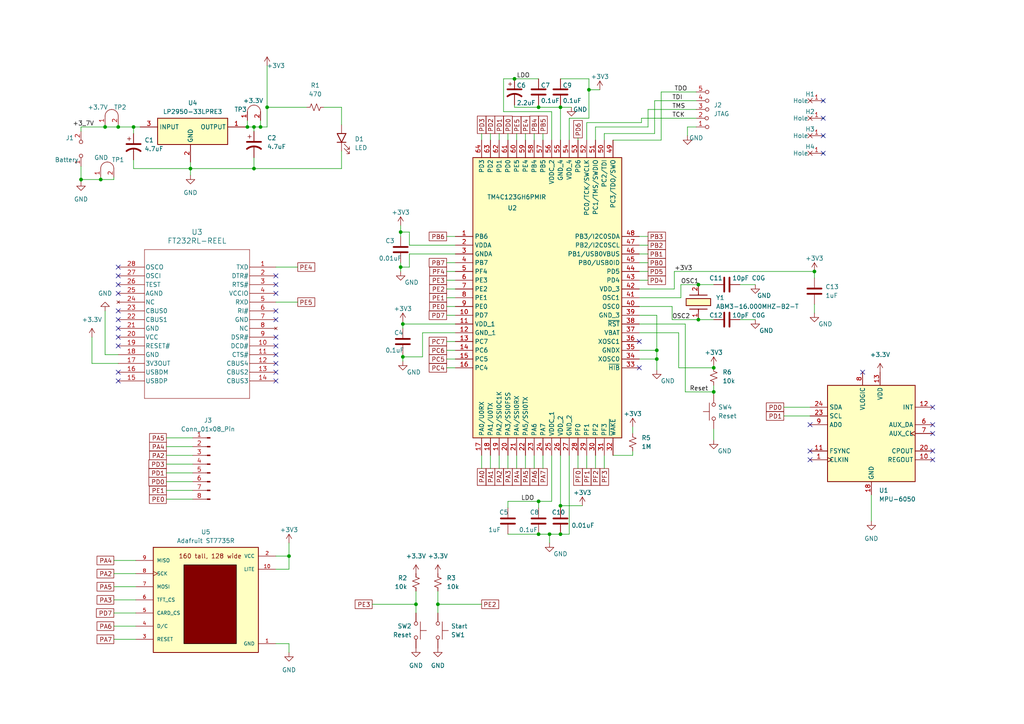
<source format=kicad_sch>
(kicad_sch (version 20230121) (generator eeschema)
  (paper "A4")
  (lib_symbols
    (symbol "2024-03-20_17-28-50:FT232RL-REEL" (pin_names (offset 0.254))
      (property "Reference" "U" (at 22.86 10.16 0))
      (property "Value" "FT232RL-REEL" (at 22.86 7.62 0))
      (symbol "FT232RL-REEL_0_1"
        (pin unspecified line (at 0 0 0) (length 7.62) (name "TXD") (number "1"))
        (pin unspecified line (at 0 -22.86 0) (length 7.62) (name "DCD#") (number "10"))
        (pin unspecified line (at 0 -25.4 0) (length 7.62) (name "CTS#") (number "11"))
        (pin bidirectional line (at 0 -27.94 0) (length 7.62) (name "CBUS4") (number "12"))
        (pin bidirectional line (at 0 -30.48 0) (length 7.62) (name "CBUS2") (number "13"))
        (pin bidirectional line (at 0 -33.02 0) (length 7.62) (name "CBUS3") (number "14"))
        (pin unspecified line (at 45.72 -33.02 180) (length 7.62) (name "USBDP") (number "15"))
        (pin unspecified line (at 45.72 -30.48 180) (length 7.62) (name "USBDM") (number "16"))
        (pin output line (at 45.72 -27.94 180) (length 7.62) (name "3V3OUT") (number "17"))
        (pin power_out line (at 45.72 -25.4 180) (length 7.62) (name "GND") (number "18"))
        (pin unspecified line (at 45.72 -22.86 180) (length 7.62) (name "RESET#") (number "19"))
        (pin unspecified line (at 0 -2.54 0) (length 7.62) (name "DTR#") (number "2"))
        (pin power_in line (at 45.72 -20.32 180) (length 7.62) (name "VCC") (number "20"))
        (pin power_out line (at 45.72 -17.78 180) (length 7.62) (name "GND") (number "21"))
        (pin bidirectional line (at 45.72 -15.24 180) (length 7.62) (name "CBUS1") (number "22"))
        (pin bidirectional line (at 45.72 -12.7 180) (length 7.62) (name "CBUS0") (number "23"))
        (pin no_connect line (at 45.72 -10.16 180) (length 7.62) (name "NC") (number "24"))
        (pin power_out line (at 45.72 -7.62 180) (length 7.62) (name "AGND") (number "25"))
        (pin unspecified line (at 45.72 -5.08 180) (length 7.62) (name "TEST") (number "26"))
        (pin unspecified line (at 45.72 -2.54 180) (length 7.62) (name "OSCI") (number "27"))
        (pin unspecified line (at 45.72 0 180) (length 7.62) (name "OSCO") (number "28"))
        (pin unspecified line (at 0 -5.08 0) (length 7.62) (name "RTS#") (number "3"))
        (pin power_in line (at 0 -7.62 0) (length 7.62) (name "VCCIO") (number "4"))
        (pin unspecified line (at 0 -10.16 0) (length 7.62) (name "RXD") (number "5"))
        (pin unspecified line (at 0 -12.7 0) (length 7.62) (name "RI#") (number "6"))
        (pin power_out line (at 0 -15.24 0) (length 7.62) (name "GND") (number "7"))
        (pin no_connect line (at 0 -17.78 0) (length 7.62) (name "NC") (number "8"))
        (pin unspecified line (at 0 -20.32 0) (length 7.62) (name "DSR#") (number "9"))
      )
    )
    (symbol "ABM3-16_000MHZ-B2-T:ABM3-16.000MHZ-B2-T" (pin_names hide)
      (property "Reference" "Y" (at 8.89 6.35 0))
      (property "Value" "ABM3-16.000MHZ-B2-T" (at 8.89 3.81 0))
      (symbol "ABM3-16.000MHZ-B2-T_1_1"
        (pin passive line (at 0 0 0) (length 2.54) (name "1") (number "1"))
        (pin passive line (at 10.16 0 180) (length 2.54) (name "2") (number "2"))
      )
    )
    (symbol "ECE445L:Adafruit_ST7735R" (pin_names (offset 1.016))
      (property "Reference" "U?" (at -15.24 16.002 0))
      (property "Value" "Adafruit ST7735R" (at -15.24 -17.78 0))
      (symbol "Adafruit_ST7735R_1_0"
        (pin power_in line (at 20.32 -12.7 180) (length 5.08) (name "GND") (number "1"))
        (pin power_in line (at 20.32 8.89 180) (length 5.08) (name "LITE") (number "10"))
        (pin power_in line (at 20.32 12.7 180) (length 5.08) (name "VCC") (number "2"))
        (pin input line (at -20.32 -11.43 0) (length 5.08) (name "RESET") (number "3"))
        (pin input line (at -20.32 -7.62 0) (length 5.08) (name "D/C") (number "4"))
        (pin input line (at -20.32 -3.81 0) (length 5.08) (name "CARD_CS") (number "5"))
        (pin input line (at -20.32 0 0) (length 5.08) (name "TFT_CS") (number "6"))
        (pin input line (at -20.32 3.81 0) (length 5.08) (name "MOSI") (number "7"))
        (pin input clock (at -20.32 7.62 0) (length 5.08) (name "SCK") (number "8"))
        (pin output line (at -20.32 11.43 0) (length 5.08) (name "MISO") (number "9"))
      )
      (symbol "Adafruit_ST7735R_1_1"
        (text "160 tall, 128 wide" (at 1.27 12.7 0) (effects (font (size 1.27 1.27))))
      )
    )
    (symbol "ECE445L:C" (pin_numbers hide) (pin_names (offset 0.254))
      (property "Reference" "C" (at 0.635 2.54 0))
      (property "Value" "C" (at 0.635 -2.54 0))
      (symbol "C_1_1"
        (pin passive line (at 0 3.81 270) (length 2.794) (name "~") (number "1"))
        (pin passive line (at 0 -3.81 90) (length 2.794) (name "~") (number "2"))
      )
    )
    (symbol "ECE445L:C_Polarized" (pin_numbers hide) (pin_names (offset 0.254) hide)
      (property "Reference" "C" (at 0.635 2.54 0))
      (property "Value" "C_Polarized" (at 0.635 -2.54 0))
      (symbol "C_Polarized_1_1"
        (pin passive line (at 0 3.81 270) (length 2.794) (name "~") (number "1"))
        (pin passive line (at 0 -3.81 90) (length 3.302) (name "~") (number "2"))
      )
    )
    (symbol "ECE445L:Conn_01x08_Pin" (pin_names (offset 1.016) hide)
      (property "Reference" "J" (at 0 10.16 0))
      (property "Value" "Conn_01x08_Pin" (at 0 -12.7 0))
      (symbol "Conn_01x08_Pin_1_1"
        (pin passive line (at 5.08 7.62 180) (length 3.81) (name "Pin_1") (number "1"))
        (pin passive line (at 5.08 5.08 180) (length 3.81) (name "Pin_2") (number "2"))
        (pin passive line (at 5.08 2.54 180) (length 3.81) (name "Pin_3") (number "3"))
        (pin passive line (at 5.08 0 180) (length 3.81) (name "Pin_4") (number "4"))
        (pin passive line (at 5.08 -2.54 180) (length 3.81) (name "Pin_5") (number "5"))
        (pin passive line (at 5.08 -5.08 180) (length 3.81) (name "Pin_6") (number "6"))
        (pin passive line (at 5.08 -7.62 180) (length 3.81) (name "Pin_7") (number "7"))
        (pin passive line (at 5.08 -10.16 180) (length 3.81) (name "Pin_8") (number "8"))
      )
    )
    (symbol "ECE445L:Header_2" (pin_names (offset 0) hide)
      (property "Reference" "J" (at 0 2.794 0))
      (property "Value" "Header2" (at 0 -2.286 0))
      (symbol "Header_2_1_1"
        (pin passive line (at -5.08 0 0) (length 2.54) (name "A") (number "1"))
        (pin passive line (at 5.08 0 180) (length 2.54) (name "B") (number "2"))
      )
    )
    (symbol "ECE445L:Header_5" (pin_names (offset 0) hide)
      (property "Reference" "J" (at 0 2.794 0))
      (property "Value" "Header_5" (at 8.89 -9.525 0))
      (symbol "Header_5_1_1"
        (pin passive line (at 5.08 2.54 180) (length 2.54) (name "A") (number "1"))
        (pin passive line (at 5.08 0 180) (length 2.54) (name "B") (number "2"))
        (pin passive line (at 5.08 -2.54 180) (length 2.54) (name "C") (number "3"))
        (pin passive line (at 5.08 -5.08 180) (length 2.54) (name "C") (number "4"))
        (pin passive line (at 5.08 -7.62 180) (length 2.54) (name "C") (number "5"))
      )
    )
    (symbol "ECE445L:LED" (pin_numbers hide) (pin_names (offset 1.016) hide)
      (property "Reference" "D" (at 1.27 1.27 0))
      (property "Value" "LED" (at -5.08 -1.27 0))
      (symbol "LED_1_1"
        (pin passive line (at -1.27 -3.81 90) (length 2.54) (name "K") (number "1"))
        (pin passive line (at -1.27 3.81 270) (length 2.54) (name "A") (number "2"))
      )
    )
    (symbol "ECE445L:MountingHole"
      (property "Reference" "H" (at 0 0 0))
      (symbol "MountingHole_1_1"
        (pin power_in non_logic (at 0 0 180) (length 3.81) (name "Hole") (number "1"))
      )
    )
    (symbol "ECE445L:R_0.125W" (pin_numbers hide) (pin_names (offset 0.254) hide)
      (property "Reference" "R" (at 0.762 0.508 0))
      (property "Value" "R_0.125W" (at 0.762 -1.016 0))
      (symbol "R_0.125W_1_1"
        (pin passive line (at 0 2.54 270) (length 1.016) (name "~") (number "1"))
        (pin passive line (at 0 -2.54 90) (length 1.016) (name "~") (number "2"))
      )
    )
    (symbol "ECE445L:Testpoint" (pin_names (offset 0) hide)
      (property "Reference" "TP" (at 0 2.794 0))
      (property "Value" "TP" (at 0 -2.286 0))
      (symbol "Testpoint_1_1"
        (pin passive line (at -1.905 0 90) (length 2.54) (name "A") (number "1"))
        (pin passive line (at 1.905 0 90) (length 2.54) (name "B") (number "2"))
      )
    )
    (symbol "LP2950-33LPRE3:LP2950-33LPRE3"
      (property "Reference" "IC" (at 17.145 -2.54 0))
      (property "Value" "LP2950-33LPRE3" (at 8.255 4.445 0))
      (symbol "LP2950-33LPRE3_1_1"
        (pin power_out line (at 30.48 0 180) (length 5.08) (name "OUTPUT") (number "1"))
        (pin passive line (at 14.605 -10.16 90) (length 5.08) (name "GND") (number "2"))
        (pin power_in line (at 0 0 0) (length 5.08) (name "INPUT") (number "3"))
      )
    )
    (symbol "Sensor_Motion:MPU-6050"
      (property "Reference" "U" (at -11.43 13.97 0))
      (property "Value" "MPU-6050" (at 7.62 -15.24 0))
      (symbol "MPU-6050_0_0"
        (text "" (at 12.7 -2.54 0) (effects (font (size 1.27 1.27))))
      )
      (symbol "MPU-6050_1_1"
        (pin input clock (at -17.78 -7.62 0) (length 5.08) (name "CLKIN") (number "1"))
        (pin passive line (at 17.78 -7.62 180) (length 5.08) (name "REGOUT") (number "10"))
        (pin input line (at -17.78 -5.08 0) (length 5.08) (name "FSYNC") (number "11"))
        (pin output line (at 17.78 7.62 180) (length 5.08) (name "INT") (number "12"))
        (pin power_in line (at 2.54 17.78 270) (length 3.81) (name "VDD") (number "13"))
        (pin no_connect line (at -12.7 -10.16 0) (length 2.54) hide (name "NC") (number "14"))
        (pin no_connect line (at 12.7 12.7 180) (length 2.54) hide (name "NC") (number "15"))
        (pin no_connect line (at 12.7 10.16 180) (length 2.54) hide (name "NC") (number "16"))
        (pin no_connect line (at 12.7 5.08 180) (length 2.54) hide (name "NC") (number "17"))
        (pin power_in line (at 0 -17.78 90) (length 3.81) (name "GND") (number "18"))
        (pin no_connect line (at 12.7 -10.16 180) (length 2.54) hide (name "RESV") (number "19"))
        (pin no_connect line (at -12.7 12.7 0) (length 2.54) hide (name "NC") (number "2"))
        (pin passive line (at 17.78 -5.08 180) (length 5.08) (name "CPOUT") (number "20"))
        (pin no_connect line (at 12.7 -2.54 180) (length 2.54) hide (name "RESV") (number "21"))
        (pin no_connect line (at 12.7 -12.7 180) (length 2.54) hide (name "RESV") (number "22"))
        (pin input line (at -17.78 5.08 0) (length 5.08) (name "SCL") (number "23"))
        (pin bidirectional line (at -17.78 7.62 0) (length 5.08) (name "SDA") (number "24"))
        (pin no_connect line (at -12.7 10.16 0) (length 2.54) hide (name "NC") (number "3"))
        (pin no_connect line (at -12.7 0 0) (length 2.54) hide (name "NC") (number "4"))
        (pin no_connect line (at -12.7 -2.54 0) (length 2.54) hide (name "NC") (number "5"))
        (pin bidirectional line (at 17.78 2.54 180) (length 5.08) (name "AUX_DA") (number "6"))
        (pin output clock (at 17.78 0 180) (length 5.08) (name "AUX_CL") (number "7"))
        (pin power_in line (at -2.54 17.78 270) (length 3.81) (name "VLOGIC") (number "8"))
        (pin input line (at -17.78 2.54 0) (length 5.08) (name "AD0") (number "9"))
      )
    )
    (symbol "Switch:SW_Push" (pin_numbers hide) (pin_names (offset 1.016) hide)
      (property "Reference" "SW" (at 1.27 2.54 0))
      (property "Value" "SW_Push" (at 0 -1.524 0))
      (symbol "SW_Push_0_1"
        (pin passive line (at -5.08 0 0) (length 2.54) (name "1") (number "1"))
        (pin passive line (at 5.08 0 180) (length 2.54) (name "2") (number "2"))
      )
    )
    (symbol "TM4C123GH6PMIR:TM4C123GH6PMIR"
      (property "Reference" "IC" (at 49.53 27.94 0))
      (property "Value" "TM4C123GH6PMIR" (at 49.53 25.4 0))
      (symbol "TM4C123GH6PMIR_1_1"
        (pin passive line (at 0 0 0) (length 5.08) (name "PB6") (number "1"))
        (pin passive line (at 0 -22.86 0) (length 5.08) (name "PD7") (number "10"))
        (pin passive line (at 0 -25.4 0) (length 5.08) (name "VDD_1") (number "11"))
        (pin passive line (at 0 -27.94 0) (length 5.08) (name "GND_1") (number "12"))
        (pin passive line (at 0 -30.48 0) (length 5.08) (name "PC7") (number "13"))
        (pin passive line (at 0 -33.02 0) (length 5.08) (name "PC6") (number "14"))
        (pin passive line (at 0 -35.56 0) (length 5.08) (name "PC5") (number "15"))
        (pin passive line (at 0 -38.1 0) (length 5.08) (name "PC4") (number "16"))
        (pin passive line (at 7.62 -63.5 90) (length 5.08) (name "PA0/U0RX") (number "17"))
        (pin passive line (at 10.16 -63.5 90) (length 5.08) (name "PA1/U0TX") (number "18"))
        (pin passive line (at 12.7 -63.5 90) (length 5.08) (name "PA2/SSI0C1K") (number "19"))
        (pin passive line (at 0 -2.54 0) (length 5.08) (name "VDDA") (number "2"))
        (pin passive line (at 15.24 -63.5 90) (length 5.08) (name "PA3/SSI0FSS") (number "20"))
        (pin passive line (at 17.78 -63.5 90) (length 5.08) (name "PA4/SSI0RX") (number "21"))
        (pin passive line (at 20.32 -63.5 90) (length 5.08) (name "PA5/SSI0TX") (number "22"))
        (pin passive line (at 22.86 -63.5 90) (length 5.08) (name "PA6") (number "23"))
        (pin passive line (at 25.4 -63.5 90) (length 5.08) (name "PA7") (number "24"))
        (pin passive line (at 27.94 -63.5 90) (length 5.08) (name "VDDC_1") (number "25"))
        (pin passive line (at 30.48 -63.5 90) (length 5.08) (name "VDD_2") (number "26"))
        (pin passive line (at 33.02 -63.5 90) (length 5.08) (name "GND_2") (number "27"))
        (pin passive line (at 35.56 -63.5 90) (length 5.08) (name "PF0") (number "28"))
        (pin passive line (at 38.1 -63.5 90) (length 5.08) (name "PF1") (number "29"))
        (pin passive line (at 0 -5.08 0) (length 5.08) (name "GNDA") (number "3"))
        (pin passive line (at 40.64 -63.5 90) (length 5.08) (name "PF2") (number "30"))
        (pin passive line (at 43.18 -63.5 90) (length 5.08) (name "PF3") (number "31"))
        (pin passive line (at 45.72 -63.5 90) (length 5.08) (name "~{WAKE}") (number "32"))
        (pin passive line (at 53.34 -38.1 180) (length 5.08) (name "~{HIB}") (number "33"))
        (pin passive line (at 53.34 -35.56 180) (length 5.08) (name "XOSC0") (number "34"))
        (pin passive line (at 53.34 -33.02 180) (length 5.08) (name "GNDX") (number "35"))
        (pin passive line (at 53.34 -30.48 180) (length 5.08) (name "XOSC1") (number "36"))
        (pin passive line (at 53.34 -27.94 180) (length 5.08) (name "VBAT") (number "37"))
        (pin passive line (at 53.34 -25.4 180) (length 5.08) (name "~{RST}") (number "38"))
        (pin passive line (at 53.34 -22.86 180) (length 5.08) (name "GND_3") (number "39"))
        (pin passive line (at 0 -7.62 0) (length 5.08) (name "PB7") (number "4"))
        (pin passive line (at 53.34 -20.32 180) (length 5.08) (name "OSC0") (number "40"))
        (pin passive line (at 53.34 -17.78 180) (length 5.08) (name "OSC1") (number "41"))
        (pin passive line (at 53.34 -15.24 180) (length 5.08) (name "VDD_3") (number "42"))
        (pin passive line (at 53.34 -12.7 180) (length 5.08) (name "PD4") (number "43"))
        (pin passive line (at 53.34 -10.16 180) (length 5.08) (name "PD5") (number "44"))
        (pin passive line (at 53.34 -7.62 180) (length 5.08) (name "PB0/USB0ID") (number "45"))
        (pin passive line (at 53.34 -5.08 180) (length 5.08) (name "PB1/USB0VBUS") (number "46"))
        (pin passive line (at 53.34 -2.54 180) (length 5.08) (name "PB2/I2C0SCL") (number "47"))
        (pin passive line (at 53.34 0 180) (length 5.08) (name "PB3/I2C0SDA") (number "48"))
        (pin passive line (at 45.72 27.94 270) (length 5.08) (name "PC3/TDO/SWO") (number "49"))
        (pin passive line (at 0 -10.16 0) (length 5.08) (name "PF4") (number "5"))
        (pin passive line (at 43.18 27.94 270) (length 5.08) (name "PC2/TDI") (number "50"))
        (pin passive line (at 40.64 27.94 270) (length 5.08) (name "PC1/TMS/SWDIO") (number "51"))
        (pin passive line (at 38.1 27.94 270) (length 5.08) (name "PC0/TCK/SWCLK") (number "52"))
        (pin passive line (at 35.56 27.94 270) (length 5.08) (name "PD6") (number "53"))
        (pin passive line (at 33.02 27.94 270) (length 5.08) (name "VDD_4") (number "54"))
        (pin passive line (at 30.48 27.94 270) (length 5.08) (name "GND_4") (number "55"))
        (pin passive line (at 27.94 27.94 270) (length 5.08) (name "VDDC_2") (number "56"))
        (pin passive line (at 25.4 27.94 270) (length 5.08) (name "PB5") (number "57"))
        (pin passive line (at 22.86 27.94 270) (length 5.08) (name "PB4") (number "58"))
        (pin passive line (at 20.32 27.94 270) (length 5.08) (name "PE4") (number "59"))
        (pin passive line (at 0 -12.7 0) (length 5.08) (name "PE3") (number "6"))
        (pin passive line (at 17.78 27.94 270) (length 5.08) (name "PE5") (number "60"))
        (pin passive line (at 15.24 27.94 270) (length 5.08) (name "PD0") (number "61"))
        (pin passive line (at 12.7 27.94 270) (length 5.08) (name "PD1") (number "62"))
        (pin passive line (at 10.16 27.94 270) (length 5.08) (name "PD2") (number "63"))
        (pin passive line (at 7.62 27.94 270) (length 5.08) (name "PD3") (number "64"))
        (pin passive line (at 0 -15.24 0) (length 5.08) (name "PE2") (number "7"))
        (pin passive line (at 0 -17.78 0) (length 5.08) (name "PE1") (number "8"))
        (pin passive line (at 0 -20.32 0) (length 5.08) (name "PE0") (number "9"))
      )
    )
    (symbol "power:+3.3V" (power) (pin_names (offset 0))
      (property "Value" "+3.3V" (at 0 3.556 0))
      (symbol "+3.3V_1_1"
        (pin power_in line (at 0 0 90) (length 0) hide (name "+3.3V") (number "1"))
      )
    )
    (symbol "power:+3V3" (power) (pin_names (offset 0))
      (property "Value" "+3V3" (at 0 3.556 0))
      (symbol "+3V3_1_1"
        (pin power_in line (at 0 0 90) (length 0) hide (name "+3V3") (number "1"))
      )
    )
    (symbol "power:GND" (power) (pin_names (offset 0))
      (property "Value" "GND" (at 0 -3.81 0))
      (symbol "GND_1_1"
        (pin power_in line (at 0 0 270) (length 0) hide (name "GND") (number "1"))
      )
    )
  )
  (junction (at 75.565 36.83))
  (junction (at 30.48 36.83))
  (junction (at 73.66 36.83))
  (junction (at 149.225 22.86))
  (junction (at 116.205 77.47))
  (junction (at 116.205 67.31))
  (junction (at 159.385 154.94))
  (junction (at 190.5 101.6))
  (junction (at 162.56 154.94))
  (junction (at 34.29 36.83))
  (junction (at 156.21 154.94))
  (junction (at 202.565 92.71))
  (junction (at 83.82 161.29))
  (junction (at 73.66 48.895))
  (junction (at 120.65 175.26))
  (junction (at 190.5 104.14))
  (junction (at 162.56 31.115))
  (junction (at 116.84 93.98))
  (junction (at 202.565 82.55))
  (junction (at 71.755 36.83))
  (junction (at 38.735 36.83))
  (junction (at 127 175.26))
  (junction (at 116.84 103.505))
  (junction (at 162.56 146.685))
  (junction (at 207.01 113.665))
  (junction (at 23.495 52.07))
  (junction (at 55.245 48.895))
  (junction (at 29.21 52.07))
  (junction (at 156.21 31.115))
  (junction (at 77.47 31.115))
  (junction (at 170.815 26.035))
  (junction (at 156.21 145.415))
  (junction (at 207.01 106.68))
  (junction (at 236.22 78.74))
  (no_connect (at 80.01 85.09))
  (no_connect (at 238.76 34.29))
  (no_connect (at 234.95 123.19))
  (no_connect (at 34.29 85.09))
  (no_connect (at 80.01 110.49))
  (no_connect (at 80.01 90.17))
  (no_connect (at 34.29 82.55))
  (no_connect (at 185.42 99.06))
  (no_connect (at 234.95 133.35))
  (no_connect (at 270.51 133.35))
  (no_connect (at 34.29 107.95))
  (no_connect (at 234.95 130.81))
  (no_connect (at 34.29 80.01))
  (no_connect (at 185.42 106.68))
  (no_connect (at 238.76 44.45))
  (no_connect (at 238.76 29.21))
  (no_connect (at 80.01 102.87))
  (no_connect (at 80.01 92.71))
  (no_connect (at 80.01 105.41))
  (no_connect (at 80.01 100.33))
  (no_connect (at 80.01 107.95))
  (no_connect (at 34.29 77.47))
  (no_connect (at 34.29 110.49))
  (no_connect (at 34.29 90.17))
  (no_connect (at 270.51 125.73))
  (no_connect (at 238.76 39.37))
  (no_connect (at 80.01 82.55))
  (no_connect (at 80.01 97.79))
  (no_connect (at 270.51 123.19))
  (no_connect (at 34.29 95.25))
  (no_connect (at 34.29 100.33))
  (no_connect (at 80.01 80.01))
  (no_connect (at 270.51 118.11))
  (no_connect (at 34.29 97.79))
  (no_connect (at 250.19 107.95))
  (no_connect (at 34.29 92.71))
  (no_connect (at 270.51 130.81))
  (wire (pts (xy 160.02 132.08) (xy 160.02 145.415)))
  (wire (pts (xy 185.42 86.36) (xy 197.485 86.36)))
  (wire (pts (xy 149.225 30.48) (xy 149.225 31.115)))
  (wire (pts (xy 194.945 92.71) (xy 202.565 92.71)))
  (wire (pts (xy 160.02 145.415) (xy 156.21 145.415)))
  (wire (pts (xy 144.78 132.08) (xy 144.78 135.89)))
  (wire (pts (xy 191.77 40.64) (xy 191.77 26.67)))
  (wire (pts (xy 185.42 91.44) (xy 190.5 91.44)))
  (wire (pts (xy 30.48 36.83) (xy 34.29 36.83)))
  (wire (pts (xy 214.63 82.55) (xy 219.075 82.55)))
  (wire (pts (xy 149.225 22.86) (xy 156.21 22.86)))
  (wire (pts (xy 156.21 154.94) (xy 159.385 154.94)))
  (wire (pts (xy 160.02 40.64) (xy 160.02 32.385)))
  (wire (pts (xy 132.08 73.66) (xy 118.745 73.66)))
  (wire (pts (xy 77.47 19.05) (xy 77.47 31.115)))
  (wire (pts (xy 34.29 105.41) (xy 26.67 105.41)))
  (wire (pts (xy 48.26 137.16) (xy 55.88 137.16)))
  (wire (pts (xy 177.8 132.08) (xy 183.515 132.08)))
  (wire (pts (xy 23.495 36.83) (xy 30.48 36.83)))
  (wire (pts (xy 201.93 36.83) (xy 199.39 36.83)))
  (wire (pts (xy 147.32 145.415) (xy 156.21 145.415)))
  (wire (pts (xy 162.56 30.48) (xy 162.56 31.115)))
  (wire (pts (xy 118.745 77.47) (xy 116.205 77.47)))
  (wire (pts (xy 83.82 186.69) (xy 80.01 186.69)))
  (wire (pts (xy 147.32 38.735) (xy 147.32 40.64)))
  (wire (pts (xy 207.01 124.46) (xy 207.01 127.635)))
  (wire (pts (xy 165.1 40.64) (xy 165.1 34.29)))
  (wire (pts (xy 80.01 165.1) (xy 83.82 165.1)))
  (wire (pts (xy 33.02 166.37) (xy 39.37 166.37)))
  (wire (pts (xy 146.05 32.385) (xy 146.05 22.86)))
  (wire (pts (xy 185.42 101.6) (xy 190.5 101.6)))
  (wire (pts (xy 236.22 78.74) (xy 236.22 80.645)))
  (wire (pts (xy 162.56 146.685) (xy 168.91 146.685)))
  (wire (pts (xy 177.8 40.64) (xy 191.77 40.64)))
  (wire (pts (xy 198.755 93.98) (xy 198.755 113.665)))
  (wire (pts (xy 139.7 38.735) (xy 139.7 40.64)))
  (wire (pts (xy 99.06 48.895) (xy 73.66 48.895)))
  (wire (pts (xy 190.5 101.6) (xy 190.5 104.14)))
  (wire (pts (xy 26.67 97.79) (xy 26.67 105.41)))
  (wire (pts (xy 129.54 78.74) (xy 132.08 78.74)))
  (wire (pts (xy 185.42 76.2) (xy 187.96 76.2)))
  (wire (pts (xy 75.565 36.83) (xy 77.47 36.83)))
  (wire (pts (xy 129.54 101.6) (xy 132.08 101.6)))
  (wire (pts (xy 73.66 48.895) (xy 55.245 48.895)))
  (wire (pts (xy 48.26 129.54) (xy 55.88 129.54)))
  (wire (pts (xy 149.225 31.115) (xy 156.21 31.115)))
  (wire (pts (xy 48.26 144.78) (xy 55.88 144.78)))
  (wire (pts (xy 129.54 104.14) (xy 132.08 104.14)))
  (wire (pts (xy 127 171.45) (xy 127 175.26)))
  (wire (pts (xy 30.48 36.195) (xy 30.48 36.83)))
  (wire (pts (xy 165.1 34.29) (xy 170.815 34.29)))
  (wire (pts (xy 170.815 22.86) (xy 170.815 26.035)))
  (wire (pts (xy 152.4 132.08) (xy 152.4 135.89)))
  (wire (pts (xy 107.95 175.26) (xy 120.65 175.26)))
  (wire (pts (xy 55.245 46.99) (xy 55.245 48.895)))
  (wire (pts (xy 156.21 30.48) (xy 156.21 31.115)))
  (wire (pts (xy 23.495 52.07) (xy 23.495 52.705)))
  (wire (pts (xy 86.36 87.63) (xy 80.01 87.63)))
  (wire (pts (xy 185.42 78.74) (xy 187.96 78.74)))
  (wire (pts (xy 34.29 36.195) (xy 34.29 36.83)))
  (wire (pts (xy 170.18 40.64) (xy 170.18 35.56)))
  (wire (pts (xy 99.06 43.815) (xy 99.06 48.895)))
  (wire (pts (xy 38.735 48.895) (xy 55.245 48.895)))
  (wire (pts (xy 38.735 36.83) (xy 38.735 38.735)))
  (wire (pts (xy 23.495 38.1) (xy 23.495 36.83)))
  (wire (pts (xy 170.815 22.86) (xy 162.56 22.86)))
  (wire (pts (xy 71.755 34.925) (xy 71.755 36.83)))
  (wire (pts (xy 48.26 139.7) (xy 55.88 139.7)))
  (wire (pts (xy 189.865 38.735) (xy 189.865 29.21)))
  (wire (pts (xy 187.96 36.83) (xy 187.96 31.75)))
  (wire (pts (xy 80.01 161.29) (xy 83.82 161.29)))
  (wire (pts (xy 38.735 46.355) (xy 38.735 48.895)))
  (wire (pts (xy 34.29 36.83) (xy 38.735 36.83)))
  (wire (pts (xy 116.84 93.98) (xy 116.84 93.345)))
  (wire (pts (xy 33.02 173.99) (xy 39.37 173.99)))
  (wire (pts (xy 162.56 146.685) (xy 162.56 147.32)))
  (wire (pts (xy 48.26 142.24) (xy 55.88 142.24)))
  (wire (pts (xy 172.72 40.64) (xy 172.72 36.83)))
  (wire (pts (xy 195.58 83.82) (xy 195.58 78.74)))
  (wire (pts (xy 129.54 106.68) (xy 132.08 106.68)))
  (wire (pts (xy 142.24 38.735) (xy 142.24 40.64)))
  (wire (pts (xy 122.555 96.52) (xy 122.555 103.505)))
  (wire (pts (xy 207.01 106.045) (xy 207.01 106.68)))
  (wire (pts (xy 129.54 86.36) (xy 132.08 86.36)))
  (wire (pts (xy 172.72 36.83) (xy 187.96 36.83)))
  (wire (pts (xy 214.63 92.71) (xy 219.075 92.71)))
  (wire (pts (xy 33.02 177.8) (xy 39.37 177.8)))
  (wire (pts (xy 167.64 132.08) (xy 167.64 135.89)))
  (wire (pts (xy 198.755 113.665) (xy 207.01 113.665)))
  (wire (pts (xy 116.84 103.505) (xy 116.84 104.775)))
  (wire (pts (xy 170.18 35.56) (xy 186.055 35.56)))
  (wire (pts (xy 165.1 154.94) (xy 162.56 154.94)))
  (wire (pts (xy 129.54 91.44) (xy 132.08 91.44)))
  (wire (pts (xy 116.84 93.98) (xy 116.84 95.25)))
  (wire (pts (xy 29.21 51.435) (xy 29.21 52.07)))
  (wire (pts (xy 157.48 132.08) (xy 157.48 135.89)))
  (wire (pts (xy 185.42 83.82) (xy 195.58 83.82)))
  (wire (pts (xy 129.54 81.28) (xy 132.08 81.28)))
  (wire (pts (xy 159.385 154.94) (xy 159.385 157.48)))
  (wire (pts (xy 185.42 68.58) (xy 187.96 68.58)))
  (wire (pts (xy 196.85 96.52) (xy 196.85 106.68)))
  (wire (pts (xy 30.48 90.17) (xy 30.48 102.87)))
  (wire (pts (xy 23.495 48.26) (xy 23.495 52.07)))
  (wire (pts (xy 116.205 76.2) (xy 116.205 77.47)))
  (wire (pts (xy 146.05 22.86) (xy 149.225 22.86)))
  (wire (pts (xy 185.42 96.52) (xy 196.85 96.52)))
  (wire (pts (xy 129.54 88.9) (xy 132.08 88.9)))
  (wire (pts (xy 132.08 96.52) (xy 122.555 96.52)))
  (wire (pts (xy 152.4 38.735) (xy 152.4 40.64)))
  (wire (pts (xy 186.055 35.56) (xy 186.055 34.29)))
  (wire (pts (xy 236.22 88.265) (xy 236.22 90.805)))
  (wire (pts (xy 33.02 170.18) (xy 39.37 170.18)))
  (wire (pts (xy 29.21 52.07) (xy 23.495 52.07)))
  (wire (pts (xy 172.72 132.08) (xy 172.72 135.89)))
  (wire (pts (xy 207.01 111.76) (xy 207.01 113.665)))
  (wire (pts (xy 149.86 132.08) (xy 149.86 135.89)))
  (wire (pts (xy 73.66 36.83) (xy 75.565 36.83)))
  (wire (pts (xy 80.01 77.47) (xy 86.36 77.47)))
  (wire (pts (xy 129.54 99.06) (xy 132.08 99.06)))
  (wire (pts (xy 77.47 36.83) (xy 77.47 31.115)))
  (wire (pts (xy 83.82 189.23) (xy 83.82 186.69)))
  (wire (pts (xy 116.205 77.47) (xy 116.205 78.74)))
  (wire (pts (xy 187.96 31.75) (xy 201.93 31.75)))
  (wire (pts (xy 48.26 134.62) (xy 55.88 134.62)))
  (wire (pts (xy 157.48 38.735) (xy 157.48 40.64)))
  (wire (pts (xy 99.06 31.115) (xy 99.06 36.195)))
  (wire (pts (xy 93.98 31.115) (xy 99.06 31.115)))
  (wire (pts (xy 71.755 36.83) (xy 73.66 36.83)))
  (wire (pts (xy 147.32 132.08) (xy 147.32 135.89)))
  (wire (pts (xy 185.42 104.14) (xy 190.5 104.14)))
  (wire (pts (xy 129.54 83.82) (xy 132.08 83.82)))
  (wire (pts (xy 120.65 171.45) (xy 120.65 175.26)))
  (wire (pts (xy 162.56 154.94) (xy 159.385 154.94)))
  (wire (pts (xy 116.84 102.87) (xy 116.84 103.505)))
  (wire (pts (xy 227.33 118.11) (xy 234.95 118.11)))
  (wire (pts (xy 33.02 185.42) (xy 39.37 185.42)))
  (wire (pts (xy 162.56 31.115) (xy 165.735 31.115)))
  (wire (pts (xy 162.56 132.08) (xy 162.56 146.685)))
  (wire (pts (xy 185.42 88.9) (xy 194.945 88.9)))
  (wire (pts (xy 162.56 31.115) (xy 162.56 40.64)))
  (wire (pts (xy 71.12 36.83) (xy 71.755 36.83)))
  (wire (pts (xy 170.18 132.08) (xy 170.18 135.89)))
  (wire (pts (xy 195.58 78.74) (xy 236.22 78.74)))
  (wire (pts (xy 129.54 76.2) (xy 132.08 76.2)))
  (wire (pts (xy 120.65 175.26) (xy 120.65 177.8)))
  (wire (pts (xy 165.1 132.08) (xy 165.1 154.94)))
  (wire (pts (xy 190.5 104.14) (xy 190.5 107.315)))
  (wire (pts (xy 160.02 32.385) (xy 146.05 32.385)))
  (wire (pts (xy 55.245 48.895) (xy 55.245 50.8)))
  (wire (pts (xy 252.73 151.13) (xy 252.73 143.51)))
  (wire (pts (xy 83.82 161.29) (xy 83.82 157.48)))
  (wire (pts (xy 185.42 93.98) (xy 198.755 93.98)))
  (wire (pts (xy 156.21 31.115) (xy 162.56 31.115)))
  (wire (pts (xy 185.42 81.28) (xy 187.96 81.28)))
  (wire (pts (xy 185.42 73.66) (xy 187.96 73.66)))
  (wire (pts (xy 202.565 92.71) (xy 207.01 92.71)))
  (wire (pts (xy 118.745 73.66) (xy 118.745 77.47)))
  (wire (pts (xy 175.26 132.08) (xy 175.26 135.89)))
  (wire (pts (xy 127 175.26) (xy 139.7 175.26)))
  (wire (pts (xy 196.85 106.68) (xy 207.01 106.68)))
  (wire (pts (xy 175.26 38.735) (xy 189.865 38.735)))
  (wire (pts (xy 194.945 88.9) (xy 194.945 92.71)))
  (wire (pts (xy 122.555 103.505) (xy 116.84 103.505)))
  (wire (pts (xy 75.565 34.925) (xy 75.565 36.83)))
  (wire (pts (xy 144.78 38.735) (xy 144.78 40.64)))
  (wire (pts (xy 154.94 38.735) (xy 154.94 40.64)))
  (wire (pts (xy 116.205 67.31) (xy 118.745 67.31)))
  (wire (pts (xy 73.66 45.72) (xy 73.66 48.895)))
  (wire (pts (xy 33.02 162.56) (xy 39.37 162.56)))
  (wire (pts (xy 183.515 132.08) (xy 183.515 130.81)))
  (wire (pts (xy 116.205 65.405) (xy 116.205 67.31)))
  (wire (pts (xy 118.745 71.12) (xy 132.08 71.12)))
  (wire (pts (xy 33.02 52.07) (xy 29.21 52.07)))
  (wire (pts (xy 175.26 40.64) (xy 175.26 38.735)))
  (wire (pts (xy 183.515 123.825) (xy 183.515 125.73)))
  (wire (pts (xy 33.02 181.61) (xy 39.37 181.61)))
  (wire (pts (xy 167.64 40.005) (xy 167.64 40.64)))
  (wire (pts (xy 186.055 34.29) (xy 201.93 34.29)))
  (wire (pts (xy 197.485 86.36) (xy 197.485 82.55)))
  (wire (pts (xy 139.7 132.08) (xy 139.7 135.89)))
  (wire (pts (xy 33.02 51.435) (xy 33.02 52.07)))
  (wire (pts (xy 185.42 71.12) (xy 187.96 71.12)))
  (wire (pts (xy 202.565 82.55) (xy 207.01 82.55)))
  (wire (pts (xy 129.54 68.58) (xy 132.08 68.58)))
  (wire (pts (xy 190.5 91.44) (xy 190.5 101.6)))
  (wire (pts (xy 149.86 38.735) (xy 149.86 40.64)))
  (wire (pts (xy 118.745 71.12) (xy 118.745 67.31)))
  (wire (pts (xy 48.26 132.08) (xy 55.88 132.08)))
  (wire (pts (xy 199.39 36.83) (xy 199.39 39.37)))
  (wire (pts (xy 156.21 145.415) (xy 156.21 147.32)))
  (wire (pts (xy 73.66 36.83) (xy 73.66 38.1)))
  (wire (pts (xy 189.865 29.21) (xy 201.93 29.21)))
  (wire (pts (xy 173.99 26.035) (xy 170.815 26.035)))
  (wire (pts (xy 142.24 132.08) (xy 142.24 135.89)))
  (wire (pts (xy 48.26 127) (xy 55.88 127)))
  (wire (pts (xy 227.33 120.65) (xy 234.95 120.65)))
  (wire (pts (xy 147.32 154.94) (xy 156.21 154.94)))
  (wire (pts (xy 34.29 102.87) (xy 30.48 102.87)))
  (wire (pts (xy 154.94 132.08) (xy 154.94 135.89)))
  (wire (pts (xy 207.01 113.665) (xy 207.01 114.3)))
  (wire (pts (xy 191.77 26.67) (xy 201.93 26.67)))
  (wire (pts (xy 127 175.26) (xy 127 177.8)))
  (wire (pts (xy 38.735 36.83) (xy 40.64 36.83)))
  (wire (pts (xy 77.47 31.115) (xy 88.9 31.115)))
  (wire (pts (xy 132.08 93.98) (xy 116.84 93.98)))
  (wire (pts (xy 197.485 82.55) (xy 202.565 82.55)))
  (wire (pts (xy 170.815 26.035) (xy 170.815 34.29)))
  (wire (pts (xy 116.205 67.31) (xy 116.205 68.58)))
  (wire (pts (xy 147.32 147.32) (xy 147.32 145.415)))
  (wire (pts (xy 83.82 165.1) (xy 83.82 161.29)))
  (label "TMS" (at 194.945 31.75 0))
  (label "LDO" (at 151.13 145.415 0))
  (label "LDO" (at 149.86 22.86 0))
  (label "OSC1" (at 197.485 82.55 0))
  (label "OSC2" (at 194.945 92.71 0))
  (label "+3_7V" (at 27.305 36.83 180))
  (label "TCK" (at 194.945 34.29 0))
  (label "+3V3" (at 195.58 78.74 0))
  (label "Reset" (at 200.025 113.665 0))
  (label "TDO" (at 195.58 26.67 0))
  (label "TDI" (at 194.945 29.21 0))
  (global_label "PD4" (shape passive) (at 187.96 81.28 0) (property "Intersheetrefs" "${INTERSHEET_REFS}" (effects hide)))
  (global_label "PA7" (shape passive) (at 157.48 135.89 270) (property "Intersheetrefs" "${INTERSHEET_REFS}" (effects hide)))
  (global_label "PE4" (shape passive) (at 152.4 38.735 90) (property "Intersheetrefs" "${INTERSHEET_REFS}" (effects hide)))
  (global_label "PA6" (shape passive) (at 33.02 181.61 180) (property "Intersheetrefs" "${INTERSHEET_REFS}" (effects hide)))
  (global_label "PE1" (shape passive) (at 48.26 142.24 180) (property "Intersheetrefs" "${INTERSHEET_REFS}" (effects hide)))
  (global_label "PA7" (shape passive) (at 33.02 185.42 180) (property "Intersheetrefs" "${INTERSHEET_REFS}" (effects hide)))
  (global_label "PA3" (shape passive) (at 147.32 135.89 270) (property "Intersheetrefs" "${INTERSHEET_REFS}" (effects hide)))
  (global_label "PB6" (shape passive) (at 129.54 68.58 180) (property "Intersheetrefs" "${INTERSHEET_REFS}" (effects hide)))
  (global_label "PE0" (shape passive) (at 48.26 144.78 180) (property "Intersheetrefs" "${INTERSHEET_REFS}" (effects hide)))
  (global_label "PA4" (shape passive) (at 33.02 162.56 180) (property "Intersheetrefs" "${INTERSHEET_REFS}" (effects hide)))
  (global_label "PA4" (shape passive) (at 149.86 135.89 270) (property "Intersheetrefs" "${INTERSHEET_REFS}" (effects hide)))
  (global_label "PB2" (shape passive) (at 187.96 71.12 0) (property "Intersheetrefs" "${INTERSHEET_REFS}" (effects hide)))
  (global_label "PE3" (shape passive) (at 129.54 81.28 180) (property "Intersheetrefs" "${INTERSHEET_REFS}" (effects hide)))
  (global_label "PE1" (shape passive) (at 129.54 86.36 180) (property "Intersheetrefs" "${INTERSHEET_REFS}" (effects hide)))
  (global_label "PF0" (shape passive) (at 167.64 135.89 270) (property "Intersheetrefs" "${INTERSHEET_REFS}" (effects hide)))
  (global_label "PB5" (shape passive) (at 157.48 38.735 90) (property "Intersheetrefs" "${INTERSHEET_REFS}" (effects hide)))
  (global_label "PB4" (shape passive) (at 154.94 38.735 90) (property "Intersheetrefs" "${INTERSHEET_REFS}" (effects hide)))
  (global_label "PB7" (shape passive) (at 129.54 76.2 180) (property "Intersheetrefs" "${INTERSHEET_REFS}" (effects hide)))
  (global_label "PA5" (shape passive) (at 152.4 135.89 270) (property "Intersheetrefs" "${INTERSHEET_REFS}" (effects hide)))
  (global_label "PA4" (shape passive) (at 48.26 129.54 180) (property "Intersheetrefs" "${INTERSHEET_REFS}" (effects hide)))
  (global_label "PC4" (shape passive) (at 129.54 106.68 180) (property "Intersheetrefs" "${INTERSHEET_REFS}" (effects hide)))
  (global_label "PF2" (shape passive) (at 172.72 135.89 270) (property "Intersheetrefs" "${INTERSHEET_REFS}" (effects hide)))
  (global_label "PF4" (shape passive) (at 129.54 78.74 180) (property "Intersheetrefs" "${INTERSHEET_REFS}" (effects hide)))
  (global_label "PA3" (shape passive) (at 33.02 173.99 180) (property "Intersheetrefs" "${INTERSHEET_REFS}" (effects hide)))
  (global_label "PC6" (shape passive) (at 129.54 101.6 180) (property "Intersheetrefs" "${INTERSHEET_REFS}" (effects hide)))
  (global_label "PE0" (shape passive) (at 129.54 88.9 180) (property "Intersheetrefs" "${INTERSHEET_REFS}" (effects hide)))
  (global_label "PD0" (shape passive) (at 147.32 38.735 90) (property "Intersheetrefs" "${INTERSHEET_REFS}" (effects hide)))
  (global_label "PA5" (shape passive) (at 33.02 170.18 180) (property "Intersheetrefs" "${INTERSHEET_REFS}" (effects hide)))
  (global_label "PA1" (shape passive) (at 142.24 135.89 270) (property "Intersheetrefs" "${INTERSHEET_REFS}" (effects hide)))
  (global_label "PE2" (shape passive) (at 139.7 175.26 0) (property "Intersheetrefs" "${INTERSHEET_REFS}" (effects hide)))
  (global_label "PD5" (shape passive) (at 187.96 78.74 0) (property "Intersheetrefs" "${INTERSHEET_REFS}" (effects hide)))
  (global_label "PC5" (shape passive) (at 129.54 104.14 180) (property "Intersheetrefs" "${INTERSHEET_REFS}" (effects hide)))
  (global_label "PD2" (shape passive) (at 142.24 38.735 90) (property "Intersheetrefs" "${INTERSHEET_REFS}" (effects hide)))
  (global_label "PD1" (shape passive) (at 48.26 137.16 180) (property "Intersheetrefs" "${INTERSHEET_REFS}" (effects hide)))
  (global_label "PA2" (shape passive) (at 144.78 135.89 270) (property "Intersheetrefs" "${INTERSHEET_REFS}" (effects hide)))
  (global_label "PA0" (shape passive) (at 139.7 135.89 270) (property "Intersheetrefs" "${INTERSHEET_REFS}" (effects hide)))
  (global_label "PE5" (shape passive) (at 149.86 38.735 90) (property "Intersheetrefs" "${INTERSHEET_REFS}" (effects hide)))
  (global_label "PA6" (shape passive) (at 154.94 135.89 270) (property "Intersheetrefs" "${INTERSHEET_REFS}" (effects hide)))
  (global_label "PD1" (shape passive) (at 144.78 38.735 90) (property "Intersheetrefs" "${INTERSHEET_REFS}" (effects hide)))
  (global_label "PD3" (shape passive) (at 48.26 134.62 180) (property "Intersheetrefs" "${INTERSHEET_REFS}" (effects hide)))
  (global_label "PA2" (shape passive) (at 48.26 132.08 180) (property "Intersheetrefs" "${INTERSHEET_REFS}" (effects hide)))
  (global_label "PB0" (shape passive) (at 187.96 76.2 0) (property "Intersheetrefs" "${INTERSHEET_REFS}" (effects hide)))
  (global_label "PA5" (shape passive) (at 48.26 127 180) (property "Intersheetrefs" "${INTERSHEET_REFS}" (effects hide)))
  (global_label "PE2" (shape passive) (at 129.54 83.82 180) (property "Intersheetrefs" "${INTERSHEET_REFS}" (effects hide)))
  (global_label "PD7" (shape passive) (at 33.02 177.8 180) (property "Intersheetrefs" "${INTERSHEET_REFS}" (effects hide)))
  (global_label "PB3" (shape passive) (at 187.96 68.58 0) (property "Intersheetrefs" "${INTERSHEET_REFS}" (effects hide)))
  (global_label "PF3" (shape passive) (at 175.26 135.89 270) (property "Intersheetrefs" "${INTERSHEET_REFS}" (effects hide)))
  (global_label "PD3" (shape passive) (at 139.7 38.735 90) (property "Intersheetrefs" "${INTERSHEET_REFS}" (effects hide)))
  (global_label "PA2" (shape passive) (at 33.02 166.37 180) (property "Intersheetrefs" "${INTERSHEET_REFS}" (effects hide)))
  (global_label "PD6" (shape passive) (at 167.64 40.005 90) (property "Intersheetrefs" "${INTERSHEET_REFS}" (effects hide)))
  (global_label "PE3" (shape passive) (at 107.95 175.26 180) (property "Intersheetrefs" "${INTERSHEET_REFS}" (effects hide)))
  (global_label "PB1" (shape passive) (at 187.96 73.66 0) (property "Intersheetrefs" "${INTERSHEET_REFS}" (effects hide)))
  (global_label "PD0" (shape passive) (at 227.33 118.11 180) (property "Intersheetrefs" "${INTERSHEET_REFS}" (effects hide)))
  (global_label "PE5" (shape passive) (at 86.36 87.63 0) (property "Intersheetrefs" "${INTERSHEET_REFS}" (effects hide)))
  (global_label "PD7" (shape passive) (at 129.54 91.44 180) (property "Intersheetrefs" "${INTERSHEET_REFS}" (effects hide)))
  (global_label "PC7" (shape passive) (at 129.54 99.06 180) (property "Intersheetrefs" "${INTERSHEET_REFS}" (effects hide)))
  (global_label "PD1" (shape passive) (at 227.33 120.65 180) (property "Intersheetrefs" "${INTERSHEET_REFS}" (effects hide)))
  (global_label "PE4" (shape passive) (at 86.36 77.47 0) (property "Intersheetrefs" "${INTERSHEET_REFS}" (effects hide)))
  (global_label "PD0" (shape passive) (at 48.26 139.7 180) (property "Intersheetrefs" "${INTERSHEET_REFS}" (effects hide)))
  (global_label "PF1" (shape passive) (at 170.18 135.89 270) (property "Intersheetrefs" "${INTERSHEET_REFS}" (effects hide)))
  (symbol (lib_id "power:GND") (at 219.075 92.71 0) (unit 1)
    (property "Reference" "#PWR026" (effects hide))
    (property "Value" "GND" (at 222.25 95.885 0))
  )
  (symbol (lib_id "ECE445L:R_0.125W") (at 91.44 31.115 90) (unit 1)
    (property "Reference" "R1" (at 91.44 24.765 90))
    (property "Value" "470" (at 91.44 27.305 90))
    (property "Footprint" "ECE445L:R_Axial_DIN0204_L3.6mm_D1.6mm_P7.62mm_Horizontal" (effects hide))
    (property "Datasheet" "https://users.ece.utexas.edu/~valvano/mspm0/CarbonFilmresistors.pdf" (effects hide))
  )
  (symbol (lib_id "power:+3V3") (at 83.82 157.48 0) (unit 1)
    (property "Reference" "#PWR029" (effects hide))
    (property "Value" "+3V3" (at 83.82 153.67 0))
  )
  (symbol (lib_id "power:+3.3V") (at 255.27 107.95 0) (unit 1)
    (property "Reference" "#PWR010" (effects hide))
    (property "Value" "+3.3V" (at 255.27 102.87 0))
  )
  (symbol (lib_id "ECE445L:R_0.125W") (at 183.515 128.27 0) (unit 1)
    (property "Reference" "R5" (at 186.055 127 0) (effects (justify left)))
    (property "Value" "1M" (at 186.055 129.54 0) (effects (justify left)))
    (property "Footprint" "ECE445L:R_Axial_DIN0204_L3.6mm_D1.6mm_P7.62mm_Horizontal" (effects hide))
    (property "Datasheet" "https://users.ece.utexas.edu/~valvano/mspm0/CarbonFilmresistors.pdf" (effects hide))
  )
  (symbol (lib_id "ECE445L:C") (at 156.21 151.13 0) (unit 1)
    (property "Reference" "C8" (at 153.67 148.59 0) (effects (justify left)))
    (property "Value" "0.1uF" (at 150.495 153.67 0) (effects (justify left)))
    (property "Footprint" "ECE445L:C_Axial_200mil" (effects hide))
  )
  (symbol (lib_id "power:GND") (at 252.73 151.13 0) (unit 1)
    (property "Reference" "#PWR015" (effects hide))
    (property "Value" "GND" (at 252.73 156.21 0))
  )
  (symbol (lib_id "ECE445L:R_0.125W") (at 207.01 109.22 0) (unit 1)
    (property "Reference" "R6" (at 209.55 107.95 0) (effects (justify left)))
    (property "Value" "10k" (at 209.55 110.49 0) (effects (justify left)))
    (property "Footprint" "ECE445L:R_Axial_DIN0204_L3.6mm_D1.6mm_P7.62mm_Horizontal" (effects hide))
    (property "Datasheet" "https://users.ece.utexas.edu/~valvano/mspm0/CarbonFilmresistors.pdf" (effects hide))
  )
  (symbol (lib_id "ECE445L:Testpoint") (at 32.385 36.195 0) (unit 1)
    (property "Reference" "TP2" (at 33.02 31.115 0) (effects (justify left)))
    (property "Value" "+3.7V" (at 25.4 31.115 0) (effects (justify left)))
    (property "Footprint" "ECE445L:Testpoint_1x02_P2.54mm" (effects hide))
  )
  (symbol (lib_id "power:+3.3V") (at 26.67 97.79 0) (unit 1)
    (property "Reference" "#PWR01" (effects hide))
    (property "Value" "+3.3V" (at 26.67 92.71 0))
  )
  (symbol (lib_id "ECE445L:MountingHole") (at 238.76 44.45 0) (unit 1)
    (property "Reference" "H4" (at 234.95 42.545 0))
    (property "Value" "~" (at 238.76 44.45 0))
    (property "Footprint" "ECE445L:MountingHole_4_40" (effects hide))
  )
  (symbol (lib_id "ECE445L:MountingHole") (at 238.76 29.21 0) (unit 1)
    (property "Reference" "H1" (at 234.95 27.305 0))
    (property "Value" "~" (at 238.76 29.21 0))
    (property "Footprint" "ECE445L:MountingHole_4_40" (effects hide))
  )
  (symbol (lib_id "power:GND") (at 165.735 31.115 0) (unit 1)
    (property "Reference" "#PWR017" (effects hide))
    (property "Value" "GND" (at 168.275 31.75 0))
  )
  (symbol (lib_id "ECE445L:C") (at 162.56 26.67 0) (unit 1)
    (property "Reference" "C9" (at 163.195 24.765 0) (effects (justify left)))
    (property "Value" "0.1uF" (at 163.195 29.21 0) (effects (justify left)))
    (property "Footprint" "ECE445L:C_Axial_200mil" (effects hide))
  )
  (symbol (lib_id "power:+3V3") (at 207.01 106.045 0) (unit 1)
    (property "Reference" "#PWR023" (effects hide))
    (property "Value" "+3V3" (at 207.01 102.235 0))
  )
  (symbol (lib_id "power:GND") (at 159.385 157.48 0) (unit 1)
    (property "Reference" "#PWR016" (effects hide))
    (property "Value" "GND" (at 162.56 160.655 0))
  )
  (symbol (lib_id "ECE445L:Adafruit_ST7735R") (at 59.69 173.99 0) (unit 1)
    (property "Reference" "U5" (at 59.69 154.305 0))
    (property "Value" "Adafruit ST7735R" (at 59.69 156.845 0))
    (property "Footprint" "ECE445L:adafruit_st7735r2" (effects hide))
    (property "Datasheet" "https://www.mouser.com/datasheet/2/737/ST7735R_V0_2-2489618.pdf" (effects hide))
    (property "Distributor" "Mouser" (effects hide))
    (property "Manufacturer" "Adafruit" (effects hide))
    (property "P/N" "358" (effects hide))
    (property "Cost" "19.95" (effects hide))
  )
  (symbol (lib_id "power:GND") (at 219.075 82.55 0) (unit 1)
    (property "Reference" "#PWR025" (effects hide))
    (property "Value" "GND" (at 221.615 85.725 0))
  )
  (symbol (lib_id "Switch:SW_Push") (at 127 182.88 270) (unit 1)
    (property "Reference" "SW1" (at 130.81 184.15 90) (effects (justify left)))
    (property "Value" "Start" (at 130.81 181.61 90) (effects (justify left)))
    (property "Footprint" "ECE445L:SW_PUSH_6mm" (effects hide))
  )
  (symbol (lib_id "power:GND") (at 127 187.96 0) (unit 1)
    (property "Reference" "#PWR06" (effects hide))
    (property "Value" "GND" (at 127 193.04 0))
  )
  (symbol (lib_id "ECE445L:C") (at 116.205 72.39 0) (unit 1)
    (property "Reference" "C3" (at 111.76 69.85 0) (effects (justify left)))
    (property "Value" "0.01uF" (at 109.855 74.93 0) (effects (justify left)))
    (property "Footprint" "ECE445L:C_Axial_200mil" (effects hide))
  )
  (symbol (lib_id "ECE445L:C_Polarized") (at 38.735 42.545 0) (unit 1)
    (property "Reference" "C1" (at 41.91 40.64 0) (effects (justify left)))
    (property "Value" "4.7uF" (at 41.91 43.18 0) (effects (justify left)))
    (property "Footprint" "ECE445L:CP_Radial_Tantal200mil" (effects hide))
  )
  (symbol (lib_id "ECE445L:Testpoint") (at 73.66 34.925 0) (unit 1)
    (property "Reference" "TP3" (at 67.945 31.75 0) (effects (justify left)))
    (property "Value" "+3.3V" (at 70.485 29.21 0) (effects (justify left)))
    (property "Footprint" "ECE445L:Testpoint_1x02_P2.54mm" (effects hide))
  )
  (symbol (lib_id "ECE445L:R_0.125W") (at 127 168.91 0) (unit 1)
    (property "Reference" "R3" (at 129.54 167.64 0) (effects (justify left)))
    (property "Value" "10k" (at 129.54 170.18 0) (effects (justify left)))
    (property "Footprint" "ECE445L:R_Axial_DIN0204_L3.6mm_D1.6mm_P7.62mm_Horizontal" (effects hide))
    (property "Datasheet" "https://users.ece.utexas.edu/~valvano/mspm0/CarbonFilmresistors.pdf" (effects hide))
  )
  (symbol (lib_id "Sensor_Motion:MPU-6050") (at 252.73 125.73 0) (unit 1)
    (property "Reference" "U1" (at 254.9241 142.24 0) (effects (justify left)))
    (property "Value" "MPU-6050" (at 254.9241 144.78 0) (effects (justify left)))
    (property "Footprint" "gyroLibrary:PinHeader_1x08_P2.54mm_Vertical" (effects hide))
    (property "Datasheet" "https://invensense.tdk.com/wp-content/uploads/2015/02/MPU-6000-Datasheet1.pdf" (effects hide))
  )
  (symbol (lib_id "Switch:SW_Push") (at 120.65 182.88 270) (mirror x) (unit 1)
    (property "Reference" "SW2" (at 119.38 181.61 90) (effects (justify right)))
    (property "Value" "Reset" (at 119.38 184.15 90) (effects (justify right)))
    (property "Footprint" "ECE445L:SW_PUSH_6mm" (effects hide))
  )
  (symbol (lib_id "ABM3-16_000MHZ-B2-T:ABM3-16.000MHZ-B2-T") (at 202.565 92.71 90) (unit 1)
    (property "Reference" "Y1" (at 207.645 86.36 90) (effects (justify right)))
    (property "Value" "ABM3-16.000MHZ-B2-T" (at 207.645 88.9 90) (effects (justify right)))
    (property "Footprint" "ECE445L:ABM3" (effects hide))
    (property "Datasheet" "https://abracon.com/Resonators/abm3.pdf" (effects hide))
    (property "Height" "1.3" (effects hide))
    (property "Mouser Part Number" "815-ABM3-16-B2-T" (effects hide))
    (property "Mouser Price/Stock" "https://www.mouser.co.uk/ProductDetail/ABRACON/ABM3-16.000MHZ-B2-T?qs=H8AWquzS%2FlOF%252BStKHcxcSw%3D%3D" (effects hide))
    (property "Manufacturer_Name" "ABRACON" (effects hide))
    (property "Manufacturer_Part_Number" "ABM3-16.000MHZ-B2-T" (effects hide))
  )
  (symbol (lib_id "power:GND") (at 190.5 107.315 0) (unit 1)
    (property "Reference" "#PWR021" (effects hide))
    (property "Value" "GND" (at 193.675 110.49 0))
  )
  (symbol (lib_id "ECE445L:Testpoint") (at 31.115 51.435 0) (unit 1)
    (property "Reference" "TP1" (at 32.385 46.355 0) (effects (justify left)))
    (property "Value" "GND" (at 27.305 45.72 0) (effects (justify left)))
    (property "Footprint" "ECE445L:Testpoint_1x02_P2.54mm" (effects hide))
  )
  (symbol (lib_id "power:+3V3") (at 116.205 65.405 0) (unit 1)
    (property "Reference" "#PWR011" (effects hide))
    (property "Value" "+3V3" (at 116.205 61.595 0))
  )
  (symbol (lib_id "ECE445L:C") (at 147.32 151.13 0) (unit 1)
    (property "Reference" "C5" (at 144.78 148.59 0) (effects (justify left)))
    (property "Value" "1uF" (at 141.605 153.67 0) (effects (justify left)))
    (property "Footprint" "ECE445L:C_Axial_200mil" (effects hide))
  )
  (symbol (lib_id "ECE445L:C_Polarized") (at 149.225 26.67 0) (unit 1)
    (property "Reference" "C6" (at 149.86 24.765 0) (effects (justify left)))
    (property "Value" "2.2uF" (at 149.86 29.845 0) (effects (justify left)))
    (property "Footprint" "ECE445L:CP_Radial_Tantal200mil" (effects hide))
  )
  (symbol (lib_id "power:+3V3") (at 168.91 146.685 0) (unit 1)
    (property "Reference" "#PWR018" (effects hide))
    (property "Value" "+3V3" (at 168.91 142.875 0))
  )
  (symbol (lib_id "ECE445L:LED") (at 100.33 40.005 0) (unit 1)
    (property "Reference" "D1" (at 102.87 40.3225 0) (effects (justify left)))
    (property "Value" "LED" (at 102.87 42.8625 0) (effects (justify left)))
    (property "Footprint" "ECE445L:LED_D5.0mm" (effects hide))
    (property "Datasheet" "https://users.ece.utexas.edu/~valvano/mspm0/HLMP-4700.pdf" (effects hide))
  )
  (symbol (lib_id "power:GND") (at 116.205 78.74 0) (unit 1)
    (property "Reference" "#PWR012" (effects hide))
    (property "Value" "GND" (at 119.38 81.915 0))
  )
  (symbol (lib_id "power:+3V3") (at 77.47 19.05 0) (unit 1)
    (property "Reference" "#PWR09" (effects hide))
    (property "Value" "+3V3" (at 80.01 19.05 0))
  )
  (symbol (lib_id "ECE445L:C") (at 210.82 82.55 90) (unit 1)
    (property "Reference" "C11" (at 207.645 80.645 90))
    (property "Value" "10pF C0G" (at 217.17 80.645 90))
    (property "Footprint" "ECE445L:C_Axial_200mil" (effects hide))
  )
  (symbol (lib_id "ECE445L:C") (at 236.22 84.455 0) (unit 1)
    (property "Reference" "C13" (at 239.395 83.185 0) (effects (justify left)))
    (property "Value" "1uF" (at 239.395 85.725 0) (effects (justify left)))
    (property "Footprint" "ECE445L:C_Axial_200mil" (effects hide))
  )
  (symbol (lib_id "ECE445L:C") (at 210.82 92.71 90) (unit 1)
    (property "Reference" "C12" (at 207.645 91.44 90))
    (property "Value" "10pF C0G" (at 217.17 91.44 90))
    (property "Footprint" "ECE445L:C_Axial_200mil" (effects hide))
  )
  (symbol (lib_id "power:GND") (at 83.82 189.23 0) (unit 1)
    (property "Reference" "#PWR030" (effects hide))
    (property "Value" "GND" (at 83.82 194.31 0))
  )
  (symbol (lib_id "power:GND") (at 207.01 127.635 0) (unit 1)
    (property "Reference" "#PWR024" (effects hide))
    (property "Value" "GND" (at 210.185 130.81 0))
  )
  (symbol (lib_id "power:GND") (at 30.48 90.17 180) (unit 1)
    (property "Reference" "#PWR02" (effects hide))
    (property "Value" "GND" (at 30.48 85.09 0))
  )
  (symbol (lib_id "ECE445L:Header_5") (at 207.01 34.29 180) (unit 1)
    (property "Reference" "J2" (at 207.01 30.48 0) (effects (justify right)))
    (property "Value" "JTAG" (at 207.01 33.02 0) (effects (justify right)))
    (property "Footprint" "ECE445L:PinHeader_1x05_P2.54mm_Vertical" (effects hide))
  )
  (symbol (lib_id "power:+3V3") (at 173.99 26.035 0) (unit 1)
    (property "Reference" "#PWR019" (effects hide))
    (property "Value" "+3V3" (at 173.99 22.225 0))
  )
  (symbol (lib_id "power:+3V3") (at 183.515 123.825 0) (unit 1)
    (property "Reference" "#PWR020" (effects hide))
    (property "Value" "+3V3" (at 183.515 120.015 0))
  )
  (symbol (lib_id "LP2950-33LPRE3:LP2950-33LPRE3") (at 40.64 36.83 0) (unit 1)
    (property "Reference" "U4" (at 55.88 29.845 0))
    (property "Value" "LP2950-33LPRE3" (at 55.88 32.385 0))
    (property "Footprint" "ECE445L:TL431CLPM" (effects hide))
    (property "Datasheet" "http://www.ti.com/lit/gpn/lp2950" (effects hide))
    (property "Height" "9.34" (effects hide))
    (property "Mouser Part Number" "595-LP2950-33LPRE3" (effects hide))
    (property "Mouser Price/Stock" "https://www.mouser.co.uk/ProductDetail/Texas-Instruments/LP2950-33LPRE3?qs=iSMark9AYDUagDsOL8Eqdw%3D%3D" (effects hide))
    (property "Manufacturer_Name" "Texas Instruments" (effects hide))
    (property "Manufacturer_Part_Number" "LP2950-33LPRE3" (effects hide))
  )
  (symbol (lib_id "power:+3.3V") (at 127 166.37 0) (unit 1)
    (property "Reference" "#PWR04" (effects hide))
    (property "Value" "+3.3V" (at 127 161.29 0))
  )
  (symbol (lib_id "ECE445L:C_Polarized") (at 73.66 41.91 0) (unit 1)
    (property "Reference" "C2" (at 77.47 40.005 0) (effects (justify left)))
    (property "Value" "4.7uF" (at 77.47 42.545 0) (effects (justify left)))
    (property "Footprint" "ECE445L:CP_Radial_Tantal200mil" (effects hide))
  )
  (symbol (lib_id "power:+3.3V") (at 120.65 166.37 0) (unit 1)
    (property "Reference" "#PWR03" (effects hide))
    (property "Value" "+3.3V" (at 120.65 161.29 0))
  )
  (symbol (lib_id "ECE445L:MountingHole") (at 238.76 34.29 0) (unit 1)
    (property "Reference" "H2" (at 234.95 32.385 0))
    (property "Value" "~" (at 238.76 34.29 0))
    (property "Footprint" "ECE445L:MountingHole_4_40" (effects hide))
  )
  (symbol (lib_id "2024-03-20_17-28-50:FT232RL-REEL") (at 80.01 77.47 0) (mirror y) (unit 1)
    (property "Reference" "U3" (at 57.15 67.31 0) (effects (font (size 1.524 1.524))))
    (property "Value" "FT232RL-REEL" (at 57.15 69.85 0) (effects (font (size 1.524 1.524))))
    (property "Footprint" "IC28_SSOP-28_FTD" (effects hide))
    (property "Datasheet" "FT232RL-REEL" (effects hide))
  )
  (symbol (lib_id "ECE445L:R_0.125W") (at 120.65 168.91 0) (unit 1)
    (property "Reference" "R2" (at 118.11 167.64 0) (effects (justify right)))
    (property "Value" "10k" (at 118.11 170.18 0) (effects (justify right)))
    (property "Footprint" "ECE445L:R_Axial_DIN0204_L3.6mm_D1.6mm_P7.62mm_Horizontal" (effects hide))
    (property "Datasheet" "https://users.ece.utexas.edu/~valvano/mspm0/CarbonFilmresistors.pdf" (effects hide))
  )
  (symbol (lib_id "ECE445L:C") (at 162.56 151.13 0) (unit 1)
    (property "Reference" "C10" (at 160.02 148.59 0) (effects (justify left)))
    (property "Value" "0.01uF" (at 165.735 152.4 0) (effects (justify left)))
    (property "Footprint" "ECE445L:C_Axial_200mil" (effects hide))
  )
  (symbol (lib_id "power:GND") (at 23.495 52.705 0) (unit 1)
    (property "Reference" "#PWR07" (effects hide))
    (property "Value" "GND" (at 23.495 57.785 0))
  )
  (symbol (lib_id "power:GND") (at 199.39 39.37 0) (unit 1)
    (property "Reference" "#PWR022" (effects hide))
    (property "Value" "GND" (at 201.93 40.005 0))
  )
  (symbol (lib_id "ECE445L:Header_2") (at 23.495 43.18 90) (unit 1)
    (property "Reference" "J1" (at 19.05 40.005 90) (effects (justify right)))
    (property "Value" "Battery" (at 15.875 46.355 90) (effects (justify right)))
    (property "Footprint" "ECE445L:PinHeader_1x02_P2.54mm_Vertical" (effects hide))
  )
  (symbol (lib_id "power:GND") (at 116.84 104.775 0) (unit 1)
    (property "Reference" "#PWR014" (effects hide))
    (property "Value" "GND" (at 120.015 107.95 0))
  )
  (symbol (lib_id "power:+3V3") (at 236.22 78.74 0) (unit 1)
    (property "Reference" "#PWR027" (effects hide))
    (property "Value" "+3V3" (at 236.22 74.93 0))
  )
  (symbol (lib_id "ECE445L:MountingHole") (at 238.76 39.37 0) (unit 1)
    (property "Reference" "H3" (at 234.95 37.465 0))
    (property "Value" "~" (at 238.76 39.37 0))
    (property "Footprint" "ECE445L:MountingHole_4_40" (effects hide))
  )
  (symbol (lib_id "power:GND") (at 55.245 50.8 0) (unit 1)
    (property "Reference" "#PWR08" (effects hide))
    (property "Value" "GND" (at 55.245 55.88 0))
  )
  (symbol (lib_id "ECE445L:Conn_01x08_Pin") (at 60.96 134.62 0) (mirror y) (unit 1)
    (property "Reference" "J3" (at 60.325 121.92 0))
    (property "Value" "Conn_01x08_Pin" (at 60.325 124.46 0))
    (property "Footprint" "Connector_PinHeader_2.54mm:PinHeader_1x08_P2.54mm_Vertical" (effects hide))
  )
  (symbol (lib_id "Switch:SW_Push") (at 207.01 119.38 90) (unit 1)
    (property "Reference" "SW4" (at 208.28 118.11 90) (effects (justify right)))
    (property "Value" "Reset" (at 208.28 120.65 90) (effects (justify right)))
    (property "Footprint" "Button_Switch_THT:SW_PUSH_6mm" (effects hide))
  )
  (symbol (lib_id "ECE445L:C") (at 156.21 26.67 0) (unit 1)
    (property "Reference" "C7" (at 156.845 24.765 0) (effects (justify left)))
    (property "Value" "0.1uF" (at 156.845 29.21 0) (effects (justify left)))
    (property "Footprint" "ECE445L:C_Axial_200mil" (effects hide))
  )
  (symbol (lib_id "power:+3V3") (at 116.84 93.345 0) (unit 1)
    (property "Reference" "#PWR013" (effects hide))
    (property "Value" "+3V3" (at 116.84 89.535 0))
  )
  (symbol (lib_id "power:GND") (at 236.22 90.805 0) (unit 1)
    (property "Reference" "#PWR028" (effects hide))
    (property "Value" "GND" (at 239.395 93.98 0))
  )
  (symbol (lib_id "power:GND") (at 120.65 187.96 0) (unit 1)
    (property "Reference" "#PWR05" (effects hide))
    (property "Value" "GND" (at 120.65 193.04 0))
  )
  (symbol (lib_id "ECE445L:C") (at 116.84 99.06 0) (unit 1)
    (property "Reference" "C4" (at 114.3 96.52 0) (effects (justify left)))
    (property "Value" "0.1uF" (at 111.76 101.6 0) (effects (justify left)))
    (property "Footprint" "ECE445L:C_Axial_200mil" (effects hide))
  )
  (symbol (lib_id "TM4C123GH6PMIR:TM4C123GH6PMIR") (at 132.08 68.58 0) (unit 1)
    (property "Reference" "U2" (at 148.59 60.325 0))
    (property "Value" "TM4C123GH6PMIR" (at 149.86 57.15 0))
    (property "Footprint" "ECE445L:QFP50P1200X1200X160-64N" (effects hide))
    (property "Datasheet" "http://www.ti.com/general/docs/suppproductinfo.tsp?distId=10&gotoUrl=http%3A%2F%2Fwww.ti.com%2Flit%2Fgpn%2Ftm4c123gh6pm" (effects hide))
    (property "Height" "1.6" (effects hide))
    (property "Mouser Part Number" "595-TM4C123GH6PMIR" (effects hide))
    (property "Mouser Price/Stock" "https://www.mouser.co.uk/ProductDetail/Texas-Instruments/TM4C123GH6PMIR?qs=9Y9qB%2FCsC3k3Wi%252BBS4c4WA%3D%3D" (effects hide))
    (property "Manufacturer_Name" "Texas Instruments" (effects hide))
    (property "Manufacturer_Part_Number" "TM4C123GH6PMIR" (effects hide))
  )
)
</source>
